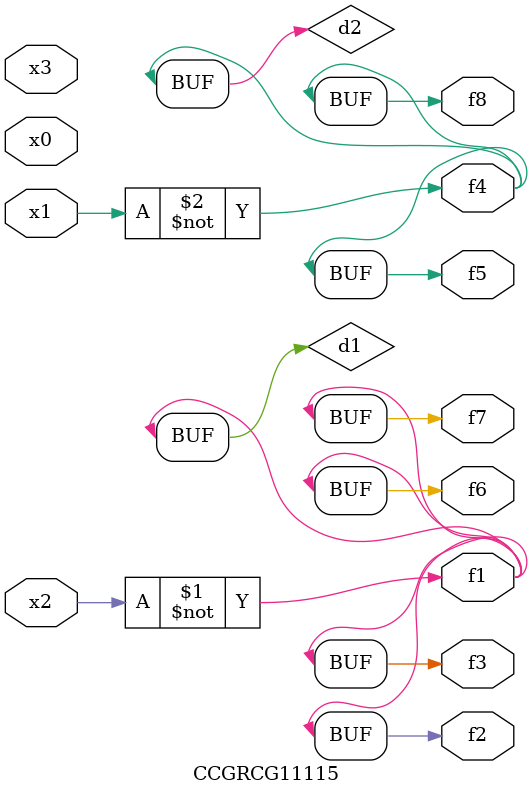
<source format=v>
module CCGRCG11115(
	input x0, x1, x2, x3,
	output f1, f2, f3, f4, f5, f6, f7, f8
);

	wire d1, d2;

	xnor (d1, x2);
	not (d2, x1);
	assign f1 = d1;
	assign f2 = d1;
	assign f3 = d1;
	assign f4 = d2;
	assign f5 = d2;
	assign f6 = d1;
	assign f7 = d1;
	assign f8 = d2;
endmodule

</source>
